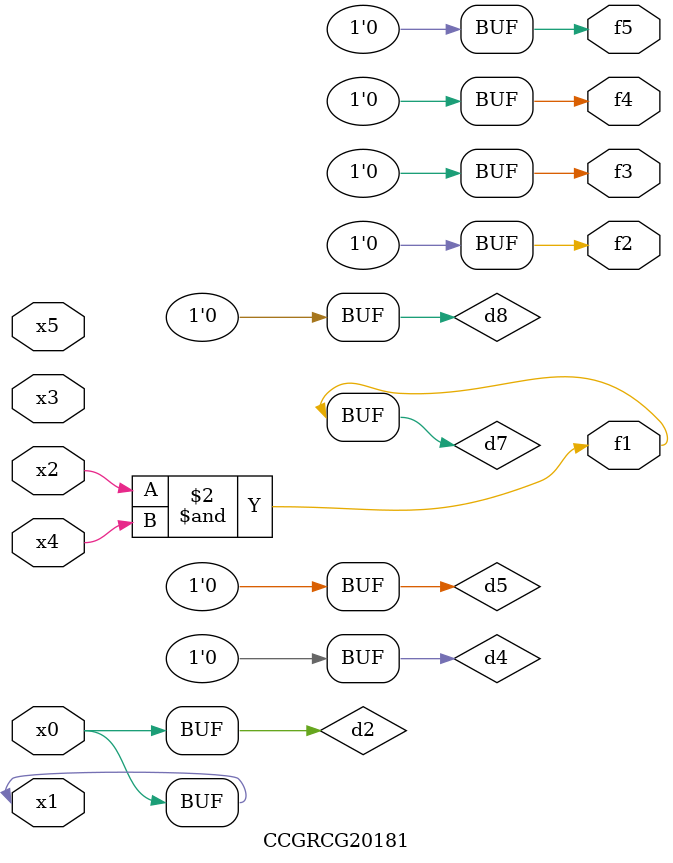
<source format=v>
module CCGRCG20181(
	input x0, x1, x2, x3, x4, x5,
	output f1, f2, f3, f4, f5
);

	wire d1, d2, d3, d4, d5, d6, d7, d8, d9;

	nand (d1, x1);
	buf (d2, x0, x1);
	nand (d3, x2, x4);
	and (d4, d1, d2);
	and (d5, d1, d2);
	nand (d6, d1, d3);
	not (d7, d3);
	xor (d8, d5);
	nor (d9, d5, d6);
	assign f1 = d7;
	assign f2 = d8;
	assign f3 = d8;
	assign f4 = d8;
	assign f5 = d8;
endmodule

</source>
